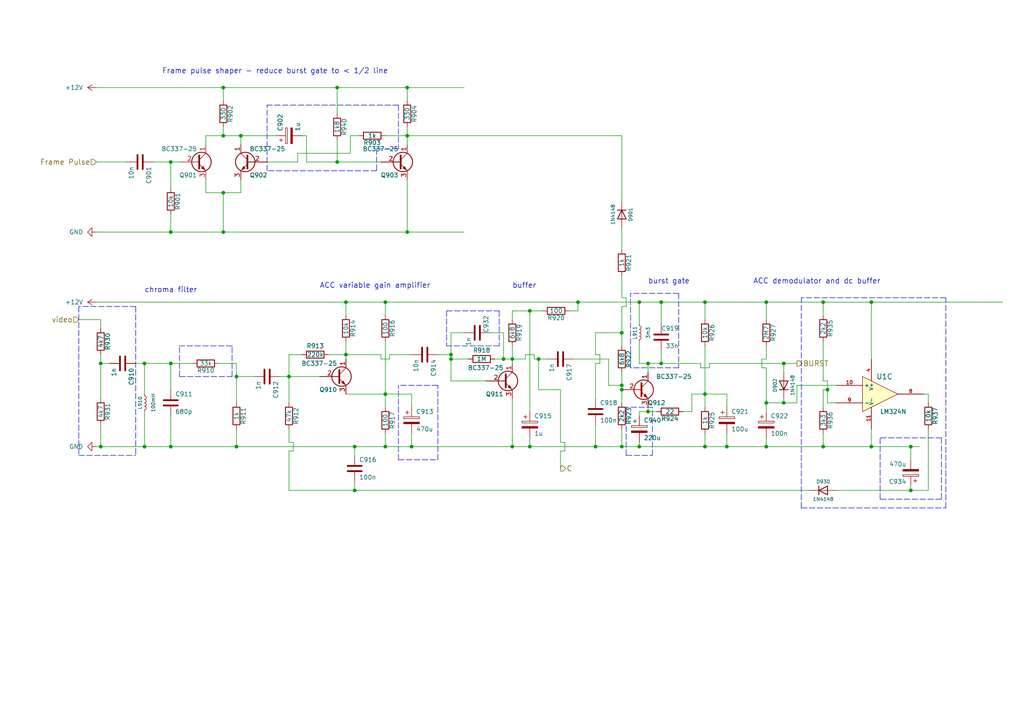
<source format=kicad_sch>
(kicad_sch (version 20211123) (generator eeschema)
  (paper "A4")
  (title_block (date "9 aug 2012"))
  (lib_symbols
    (symbol "Device:C" (pin_numbers hide) (pin_names (offset 0.254))
      (property "Reference" "C" (at 0.635 2.54 0))
      (property "Value" "C" (at 0.635 -2.54 0))
      (symbol "C_0_1"
        (polyline (pts (xy -2.032 -0.762) (xy 2.032 -0.762)) (stroke (width 0.508)))
        (polyline (pts (xy -2.032 0.762) (xy 2.032 0.762)) (stroke (width 0.508)))
      )
      (symbol "C_1_1"
        (pin passive line (at 0 3.81 270) (length 2.794) (name "~") (number "1"))
        (pin passive line (at 0 -3.81 90) (length 2.794) (name "~") (number "2"))
      )
    )
    (symbol "Device:C_Polarized" (pin_numbers hide) (pin_names (offset 0.254))
      (property "Reference" "C" (at 0.635 2.54 0))
      (property "Value" "C_Polarized" (at 0.635 -2.54 0))
      (symbol "C_Polarized_0_1"
        (rectangle (start -2.286 0.508) (end 2.286 1.016))
        (polyline (pts (xy -1.778 2.286) (xy -0.762 2.286)))
        (polyline (pts (xy -1.27 2.794) (xy -1.27 1.778)))
        (rectangle (start 2.286 -0.508) (end -2.286 -1.016) (fill (type outline)))
      )
      (symbol "C_Polarized_1_1"
        (pin passive line (at 0 3.81 270) (length 2.794) (name "~") (number "1"))
        (pin passive line (at 0 -3.81 90) (length 2.794) (name "~") (number "2"))
      )
    )
    (symbol "Device:D" (pin_numbers hide) (pin_names (offset 1.016) hide)
      (property "Reference" "D" (at 0 2.54 0))
      (property "Value" "D" (at 0 -2.54 0))
      (symbol "D_0_1"
        (polyline (pts (xy -1.27 1.27) (xy -1.27 -1.27)) (stroke (width 0.254)))
        (polyline (pts (xy 1.27 0) (xy -1.27 0)))
        (polyline (pts (xy 1.27 1.27) (xy 1.27 -1.27) (xy -1.27 0) (xy 1.27 1.27)) (stroke (width 0.254)))
      )
      (symbol "D_1_1"
        (pin passive line (at -3.81 0 0) (length 2.54) (name "K") (number "1"))
        (pin passive line (at 3.81 0 180) (length 2.54) (name "A") (number "2"))
      )
    )
    (symbol "Device:L_Small" (pin_numbers hide) (pin_names (offset 0.254) hide)
      (property "Reference" "L" (at 0.762 1.016 0))
      (property "Value" "L_Small" (at 0.762 -1.016 0))
      (symbol "L_Small_0_1"
        (arc (start 0 -2.032) (mid 0.508 -1.524) (end 0 -1.016))
        (arc (start 0 -1.016) (mid 0.508 -0.508) (end 0 0))
        (arc (start 0 0) (mid 0.508 0.508) (end 0 1.016))
        (arc (start 0 1.016) (mid 0.508 1.524) (end 0 2.032))
      )
      (symbol "L_Small_1_1"
        (pin passive line (at 0 2.54 270) (length 0.508) (name "~") (number "1"))
        (pin passive line (at 0 -2.54 90) (length 0.508) (name "~") (number "2"))
      )
    )
    (symbol "Device:Q_NPN_CBE" (pin_names (offset 0) hide)
      (property "Reference" "Q" (at 5.08 1.27 0))
      (property "Value" "Q_NPN_CBE" (at 5.08 -1.27 0))
      (symbol "Q_NPN_CBE_0_1"
        (polyline (pts (xy 0.635 0.635) (xy 2.54 2.54)))
        (polyline (pts (xy 0.635 -0.635) (xy 2.54 -2.54) (xy 2.54 -2.54)))
        (polyline (pts (xy 0.635 1.905) (xy 0.635 -1.905) (xy 0.635 -1.905)) (stroke (width 0.508)))
        (polyline (pts (xy 1.27 -1.778) (xy 1.778 -1.27) (xy 2.286 -2.286) (xy 1.27 -1.778) (xy 1.27 -1.778)) (fill (type outline)))
        (circle (center 1.27 0) (radius 2.8194) (stroke (width 0.254)))
      )
      (symbol "Q_NPN_CBE_1_1"
        (pin passive line (at 2.54 5.08 270) (length 2.54) (name "C") (number "1"))
        (pin input line (at -5.08 0 0) (length 5.715) (name "B") (number "2"))
        (pin passive line (at 2.54 -5.08 90) (length 2.54) (name "E") (number "3"))
      )
    )
    (symbol "Device:R" (pin_numbers hide) (pin_names (offset 0))
      (property "Reference" "R" (at 2.032 0 90))
      (property "Value" "R" (at 0 0 90))
      (symbol "R_0_1"
        (rectangle (start -1.016 -2.54) (end 1.016 2.54) (stroke (width 0.254)))
      )
      (symbol "R_1_1"
        (pin passive line (at 0 3.81 270) (length 1.27) (name "~") (number "1"))
        (pin passive line (at 0 -3.81 90) (length 1.27) (name "~") (number "2"))
      )
    )
    (symbol "NBSCIII-rescue:LM324N"
      (property "Reference" "U" (at 1.27 5.08 0))
      (property "Value" "LM324N" (at 3.81 -5.08 0))
      (symbol "LM324N_0_1"
        (polyline (pts (xy -5.08 5.08) (xy 5.08 0) (xy -5.08 -5.08) (xy -5.08 5.08)) (stroke (width 0.1524)) (fill (type background)))
        (pin power_in line (at -2.54 -10.16 90) (length 6.35) (name "V-") (number "11"))
        (pin power_in line (at -2.54 10.16 270) (length 6.35) (name "V+") (number "4"))
      )
      (symbol "LM324N_1_1"
        (pin output line (at 12.7 0 180) (length 7.62) (name "~") (number "1"))
        (pin input line (at -12.7 -2.54 0) (length 7.62) (name "-") (number "2"))
        (pin input line (at -12.7 2.54 0) (length 7.62) (name "+") (number "3"))
      )
      (symbol "LM324N_2_1"
        (pin input line (at -12.7 2.54 0) (length 7.62) (name "+") (number "5"))
        (pin input line (at -12.7 -2.54 0) (length 7.62) (name "-") (number "6"))
        (pin output line (at 12.7 0 180) (length 7.62) (name "~") (number "7"))
      )
      (symbol "LM324N_3_1"
        (pin input line (at -12.7 2.54 0) (length 7.62) (name "+") (number "10"))
        (pin output line (at 12.7 0 180) (length 7.62) (name "~") (number "8"))
        (pin input line (at -12.7 -2.54 0) (length 7.62) (name "-") (number "9"))
      )
      (symbol "LM324N_4_1"
        (pin input line (at -12.7 2.54 0) (length 7.62) (name "+") (number "12"))
        (pin input line (at -12.7 -2.54 0) (length 7.62) (name "-") (number "13"))
        (pin output line (at 12.7 0 180) (length 7.62) (name "~") (number "14"))
      )
    )
    (symbol "power:+12V" (power) (pin_names (offset 0))
      (property "Value" "+12V" (at 0 3.556 0))
      (symbol "+12V_0_1"
        (polyline (pts (xy -0.762 1.27) (xy 0 2.54)))
        (polyline (pts (xy 0 0) (xy 0 2.54)))
        (polyline (pts (xy 0 2.54) (xy 0.762 1.27)))
      )
      (symbol "+12V_1_1"
        (pin power_in line (at 0 0 90) (length 0) hide (name "+12V") (number "1"))
      )
    )
    (symbol "power:GND" (power) (pin_names (offset 0))
      (property "Value" "GND" (at 0 -3.81 0))
      (symbol "GND_0_1"
        (polyline (pts (xy 0 0) (xy 0 -1.27) (xy 1.27 -1.27) (xy 0 -2.54) (xy -1.27 -1.27) (xy 0 -1.27)))
      )
      (symbol "GND_1_1"
        (pin power_in line (at 0 0 270) (length 0) hide (name "GND") (number "1"))
      )
    )
  )
  (junction (at 64.77 55.88))
  (junction (at 49.53 46.99))
  (junction (at 180.34 96.52))
  (junction (at 185.42 129.54))
  (junction (at 222.25 116.84))
  (junction (at 180.34 111.76))
  (junction (at 97.79 46.99))
  (junction (at 49.53 129.54))
  (junction (at 227.33 105.41))
  (junction (at 238.76 87.63))
  (junction (at 204.47 129.54))
  (junction (at 180.34 113.03))
  (junction (at 118.11 25.4))
  (junction (at 49.53 105.41))
  (junction (at 148.59 129.54))
  (junction (at 167.64 87.63))
  (junction (at 29.21 129.54))
  (junction (at 227.33 116.84))
  (junction (at 64.77 25.4))
  (junction (at 49.53 67.31))
  (junction (at 172.72 129.54))
  (junction (at 83.82 109.22))
  (junction (at 68.58 129.54))
  (junction (at 156.21 104.14))
  (junction (at 222.25 87.63))
  (junction (at 210.82 129.54))
  (junction (at 252.73 87.63))
  (junction (at 204.47 114.3))
  (junction (at 97.79 25.4))
  (junction (at 153.67 90.17))
  (junction (at 185.42 87.63))
  (junction (at 187.96 119.38))
  (junction (at 118.11 67.31))
  (junction (at 68.58 109.22))
  (junction (at 64.77 39.37))
  (junction (at 130.81 102.87))
  (junction (at 252.73 129.54))
  (junction (at 146.05 104.14))
  (junction (at 111.76 114.3))
  (junction (at 187.96 105.41))
  (junction (at 204.47 87.63))
  (junction (at 240.03 113.03))
  (junction (at 118.11 39.37))
  (junction (at 69.85 39.37))
  (junction (at 111.76 87.63))
  (junction (at 148.59 104.14))
  (junction (at 111.76 129.54))
  (junction (at 64.77 67.31))
  (junction (at 180.34 129.54))
  (junction (at 264.16 129.54))
  (junction (at 41.91 129.54))
  (junction (at 29.21 105.41))
  (junction (at 100.33 102.87))
  (junction (at 130.81 104.14))
  (junction (at 41.91 105.41))
  (junction (at 264.16 142.24))
  (junction (at 100.33 87.63))
  (junction (at 102.87 142.24))
  (junction (at 222.25 129.54))
  (junction (at 191.77 87.63))
  (junction (at 238.76 129.54))
  (junction (at 191.77 105.41))
  (junction (at 153.67 129.54))
  (junction (at 102.87 129.54))
  (junction (at 119.38 129.54))
  (polyline (pts (xy 144.78 90.17) (xy 144.78 100.33)))
  (polyline (pts (xy 115.57 43.18) (xy 109.22 43.18)))
  (wire (pts (xy 148.59 100.33) (xy 148.59 104.14)))
  (wire (pts (xy 187.96 105.41) (xy 191.77 105.41)))
  (wire (pts (xy 49.53 46.99) (xy 49.53 54.61)))
  (wire (pts (xy 220.98 106.68) (xy 222.25 106.68)))
  (wire (pts (xy 113.03 104.14) (xy 110.49 104.14)))
  (wire (pts (xy 64.77 67.31) (xy 118.11 67.31)))
  (wire (pts (xy 191.77 105.41) (xy 203.2 105.41)))
  (wire (pts (xy 205.74 106.68) (xy 205.74 105.41)))
  (wire (pts (xy 153.67 90.17) (xy 157.48 90.17)))
  (wire (pts (xy 180.34 96.52) (xy 172.72 96.52)))
  (wire (pts (xy 152.4 104.14) (xy 152.4 102.87)))
  (wire (pts (xy 187.96 119.38) (xy 190.5 119.38)))
  (polyline (pts (xy 232.41 147.32) (xy 274.32 147.32)))
  (wire (pts (xy 111.76 39.37) (xy 118.11 39.37)))
  (wire (pts (xy 220.98 104.14) (xy 222.25 104.14)))
  (wire (pts (xy 231.14 111.76) (xy 242.57 111.76)))
  (wire (pts (xy 41.91 105.41) (xy 49.53 105.41)))
  (wire (pts (xy 100.33 87.63) (xy 111.76 87.63)))
  (wire (pts (xy 130.81 104.14) (xy 130.81 110.49)))
  (wire (pts (xy 63.5 105.41) (xy 68.58 105.41)))
  (wire (pts (xy 222.25 116.84) (xy 227.33 116.84)))
  (wire (pts (xy 49.53 67.31) (xy 64.77 67.31)))
  (wire (pts (xy 162.56 128.27) (xy 163.83 128.27)))
  (wire (pts (xy 134.62 25.4) (xy 118.11 25.4)))
  (polyline (pts (xy 189.23 118.11) (xy 181.61 118.11)))
  (wire (pts (xy 222.25 127) (xy 222.25 129.54)))
  (wire (pts (xy 166.37 104.14) (xy 176.53 104.14)))
  (polyline (pts (xy 129.54 90.17) (xy 129.54 100.33)))
  (wire (pts (xy 68.58 109.22) (xy 68.58 116.84)))
  (wire (pts (xy 242.57 142.24) (xy 264.16 142.24)))
  (wire (pts (xy 111.76 125.73) (xy 111.76 129.54)))
  (wire (pts (xy 102.87 139.7) (xy 102.87 142.24)))
  (wire (pts (xy 143.51 104.14) (xy 146.05 104.14)))
  (wire (pts (xy 41.91 105.41) (xy 41.91 114.3)))
  (wire (pts (xy 267.97 114.3) (xy 269.24 114.3)))
  (wire (pts (xy 29.21 123.19) (xy 29.21 129.54)))
  (wire (pts (xy 39.37 105.41) (xy 41.91 105.41)))
  (wire (pts (xy 68.58 109.22) (xy 73.66 109.22)))
  (wire (pts (xy 69.85 39.37) (xy 80.01 39.37)))
  (wire (pts (xy 240.03 113.03) (xy 238.76 113.03)))
  (wire (pts (xy 83.82 124.46) (xy 83.82 128.27)))
  (wire (pts (xy 83.82 109.22) (xy 83.82 116.84)))
  (wire (pts (xy 118.11 36.83) (xy 118.11 39.37)))
  (polyline (pts (xy 115.57 133.35) (xy 127 133.35)))
  (wire (pts (xy 264.16 140.97) (xy 264.16 142.24)))
  (wire (pts (xy 64.77 67.31) (xy 64.77 55.88)))
  (wire (pts (xy 185.42 87.63) (xy 191.77 87.63)))
  (wire (pts (xy 29.21 129.54) (xy 27.94 129.54)))
  (polyline (pts (xy 182.88 106.68) (xy 182.88 85.09)))
  (wire (pts (xy 83.82 102.87) (xy 87.63 102.87)))
  (wire (pts (xy 41.91 119.38) (xy 41.91 129.54)))
  (wire (pts (xy 49.53 129.54) (xy 41.91 129.54)))
  (wire (pts (xy 64.77 25.4) (xy 64.77 29.21)))
  (wire (pts (xy 181.61 88.9) (xy 181.61 86.36)))
  (wire (pts (xy 148.59 129.54) (xy 119.38 129.54)))
  (wire (pts (xy 111.76 87.63) (xy 111.76 91.44)))
  (wire (pts (xy 88.9 46.99) (xy 97.79 46.99)))
  (polyline (pts (xy 144.78 100.33) (xy 129.54 100.33)))
  (polyline (pts (xy 274.32 147.32) (xy 274.32 86.36)))
  (wire (pts (xy 222.25 129.54) (xy 238.76 129.54)))
  (wire (pts (xy 97.79 25.4) (xy 97.79 33.02)))
  (wire (pts (xy 148.59 104.14) (xy 148.59 105.41)))
  (wire (pts (xy 203.2 106.68) (xy 205.74 106.68)))
  (polyline (pts (xy 196.85 85.09) (xy 182.88 85.09)))
  (wire (pts (xy 83.82 142.24) (xy 102.87 142.24)))
  (wire (pts (xy 198.12 119.38) (xy 200.66 119.38)))
  (wire (pts (xy 59.69 39.37) (xy 59.69 41.91)))
  (wire (pts (xy 210.82 125.73) (xy 210.82 129.54)))
  (wire (pts (xy 41.91 129.54) (xy 29.21 129.54)))
  (wire (pts (xy 227.33 105.41) (xy 205.74 105.41)))
  (wire (pts (xy 111.76 87.63) (xy 167.64 87.63)))
  (polyline (pts (xy 115.57 133.35) (xy 115.57 111.76)))
  (wire (pts (xy 148.59 90.17) (xy 148.59 92.71)))
  (wire (pts (xy 113.03 102.87) (xy 119.38 102.87)))
  (wire (pts (xy 97.79 25.4) (xy 64.77 25.4)))
  (wire (pts (xy 64.77 36.83) (xy 64.77 39.37)))
  (wire (pts (xy 130.81 110.49) (xy 140.97 110.49)))
  (wire (pts (xy 222.25 129.54) (xy 210.82 129.54)))
  (wire (pts (xy 180.34 80.01) (xy 180.34 86.36)))
  (wire (pts (xy 180.34 88.9) (xy 181.61 88.9)))
  (polyline (pts (xy 189.23 132.08) (xy 189.23 118.11)))
  (wire (pts (xy 180.34 107.95) (xy 180.34 111.76)))
  (wire (pts (xy 86.36 46.99) (xy 86.36 44.45)))
  (wire (pts (xy 27.94 67.31) (xy 49.53 67.31)))
  (wire (pts (xy 83.82 109.22) (xy 92.71 109.22)))
  (wire (pts (xy 204.47 87.63) (xy 204.47 92.71)))
  (wire (pts (xy 49.53 105.41) (xy 49.53 113.03)))
  (wire (pts (xy 29.21 92.71) (xy 29.21 95.25)))
  (wire (pts (xy 172.72 102.87) (xy 173.99 102.87)))
  (polyline (pts (xy 52.07 109.22) (xy 67.31 109.22)))
  (wire (pts (xy 252.73 129.54) (xy 238.76 129.54)))
  (wire (pts (xy 172.72 129.54) (xy 153.67 129.54)))
  (wire (pts (xy 119.38 114.3) (xy 119.38 118.11)))
  (wire (pts (xy 111.76 114.3) (xy 100.33 114.3)))
  (wire (pts (xy 102.87 129.54) (xy 102.87 132.08)))
  (wire (pts (xy 118.11 67.31) (xy 134.62 67.31)))
  (polyline (pts (xy 67.31 109.22) (xy 67.31 100.33)))
  (wire (pts (xy 52.07 46.99) (xy 49.53 46.99)))
  (polyline (pts (xy 127 111.76) (xy 115.57 111.76)))
  (wire (pts (xy 163.83 130.81) (xy 162.56 130.81)))
  (wire (pts (xy 231.14 116.84) (xy 231.14 111.76)))
  (wire (pts (xy 172.72 123.19) (xy 172.72 129.54)))
  (wire (pts (xy 180.34 124.46) (xy 180.34 129.54)))
  (wire (pts (xy 59.69 52.07) (xy 59.69 55.88)))
  (wire (pts (xy 83.82 130.81) (xy 85.09 130.81)))
  (polyline (pts (xy 115.57 30.48) (xy 115.57 43.18)))
  (wire (pts (xy 111.76 114.3) (xy 111.76 118.11)))
  (polyline (pts (xy 127 133.35) (xy 127 111.76)))
  (wire (pts (xy 29.21 105.41) (xy 31.75 105.41)))
  (wire (pts (xy 191.77 87.63) (xy 204.47 87.63)))
  (wire (pts (xy 238.76 87.63) (xy 238.76 91.44)))
  (wire (pts (xy 113.03 102.87) (xy 113.03 104.14)))
  (wire (pts (xy 264.16 129.54) (xy 252.73 129.54)))
  (wire (pts (xy 180.34 111.76) (xy 176.53 111.76)))
  (wire (pts (xy 173.99 102.87) (xy 173.99 105.41)))
  (polyline (pts (xy 129.54 90.17) (xy 144.78 90.17)))
  (wire (pts (xy 102.87 142.24) (xy 234.95 142.24)))
  (wire (pts (xy 204.47 87.63) (xy 222.25 87.63)))
  (wire (pts (xy 210.82 114.3) (xy 204.47 114.3)))
  (wire (pts (xy 185.42 105.41) (xy 187.96 105.41)))
  (wire (pts (xy 83.82 130.81) (xy 83.82 142.24)))
  (wire (pts (xy 180.34 66.04) (xy 180.34 72.39)))
  (wire (pts (xy 130.81 102.87) (xy 130.81 104.14)))
  (wire (pts (xy 110.49 104.14) (xy 110.49 102.87)))
  (wire (pts (xy 64.77 25.4) (xy 27.94 25.4)))
  (polyline (pts (xy 77.47 49.53) (xy 77.47 30.48)))
  (wire (pts (xy 231.14 105.41) (xy 227.33 105.41)))
  (wire (pts (xy 68.58 129.54) (xy 49.53 129.54)))
  (wire (pts (xy 153.67 90.17) (xy 153.67 119.38)))
  (wire (pts (xy 204.47 100.33) (xy 204.47 114.3)))
  (wire (pts (xy 167.64 87.63) (xy 167.64 90.17)))
  (wire (pts (xy 238.76 99.06) (xy 238.76 110.49)))
  (polyline (pts (xy 109.22 43.18) (xy 109.22 49.53)))
  (wire (pts (xy 176.53 111.76) (xy 176.53 104.14)))
  (wire (pts (xy 101.6 39.37) (xy 104.14 39.37)))
  (wire (pts (xy 240.03 116.84) (xy 240.03 113.03)))
  (polyline (pts (xy 109.22 49.53) (xy 77.47 49.53)))
  (wire (pts (xy 180.34 129.54) (xy 172.72 129.54)))
  (wire (pts (xy 156.21 104.14) (xy 156.21 113.03)))
  (wire (pts (xy 185.42 119.38) (xy 185.42 120.65)))
  (wire (pts (xy 220.98 106.68) (xy 220.98 104.14)))
  (wire (pts (xy 29.21 102.87) (xy 29.21 105.41)))
  (wire (pts (xy 86.36 44.45) (xy 101.6 44.45)))
  (polyline (pts (xy 196.85 85.09) (xy 196.85 106.68)))
  (wire (pts (xy 165.1 90.17) (xy 167.64 90.17)))
  (wire (pts (xy 191.77 101.6) (xy 191.77 105.41)))
  (wire (pts (xy 97.79 46.99) (xy 110.49 46.99)))
  (polyline (pts (xy 115.57 30.48) (xy 77.47 30.48)))
  (wire (pts (xy 156.21 104.14) (xy 158.75 104.14)))
  (wire (pts (xy 203.2 105.41) (xy 203.2 106.68)))
  (wire (pts (xy 185.42 87.63) (xy 185.42 93.98)))
  (wire (pts (xy 100.33 99.06) (xy 100.33 102.87)))
  (wire (pts (xy 162.56 130.81) (xy 162.56 135.89)))
  (wire (pts (xy 227.33 105.41) (xy 227.33 107.95)))
  (wire (pts (xy 102.87 129.54) (xy 68.58 129.54)))
  (polyline (pts (xy 273.05 127) (xy 255.27 127)))
  (wire (pts (xy 101.6 44.45) (xy 101.6 39.37)))
  (wire (pts (xy 119.38 125.73) (xy 119.38 129.54)))
  (wire (pts (xy 153.67 127) (xy 153.67 129.54)))
  (wire (pts (xy 180.34 39.37) (xy 180.34 58.42)))
  (wire (pts (xy 49.53 105.41) (xy 55.88 105.41)))
  (wire (pts (xy 97.79 40.64) (xy 97.79 46.99)))
  (wire (pts (xy 204.47 114.3) (xy 204.47 118.11)))
  (wire (pts (xy 111.76 99.06) (xy 111.76 114.3)))
  (wire (pts (xy 185.42 128.27) (xy 185.42 129.54)))
  (wire (pts (xy 130.81 96.52) (xy 130.81 102.87)))
  (wire (pts (xy 238.76 113.03) (xy 238.76 118.11)))
  (wire (pts (xy 204.47 114.3) (xy 200.66 114.3)))
  (wire (pts (xy 222.25 87.63) (xy 222.25 92.71)))
  (wire (pts (xy 180.34 96.52) (xy 180.34 100.33)))
  (wire (pts (xy 185.42 129.54) (xy 204.47 129.54)))
  (wire (pts (xy 172.72 96.52) (xy 172.72 102.87)))
  (polyline (pts (xy 181.61 132.08) (xy 181.61 118.11)))
  (wire (pts (xy 264.16 142.24) (xy 269.24 142.24)))
  (polyline (pts (xy 39.37 88.9) (xy 22.86 88.9)))
  (wire (pts (xy 95.25 102.87) (xy 100.33 102.87)))
  (wire (pts (xy 269.24 124.46) (xy 269.24 142.24)))
  (wire (pts (xy 118.11 39.37) (xy 180.34 39.37)))
  (wire (pts (xy 222.25 116.84) (xy 222.25 119.38)))
  (wire (pts (xy 187.96 107.95) (xy 187.96 105.41)))
  (polyline (pts (xy 196.85 106.68) (xy 182.88 106.68)))
  (wire (pts (xy 81.28 109.22) (xy 83.82 109.22)))
  (polyline (pts (xy 274.32 86.36) (xy 232.41 86.36)))
  (wire (pts (xy 119.38 129.54) (xy 111.76 129.54)))
  (wire (pts (xy 172.72 105.41) (xy 172.72 115.57)))
  (wire (pts (xy 88.9 39.37) (xy 88.9 46.99)))
  (wire (pts (xy 153.67 129.54) (xy 148.59 129.54)))
  (wire (pts (xy 180.34 129.54) (xy 185.42 129.54)))
  (wire (pts (xy 163.83 128.27) (xy 163.83 130.81)))
  (wire (pts (xy 210.82 114.3) (xy 210.82 118.11)))
  (wire (pts (xy 227.33 116.84) (xy 231.14 116.84)))
  (wire (pts (xy 49.53 120.65) (xy 49.53 129.54)))
  (wire (pts (xy 187.96 119.38) (xy 185.42 119.38)))
  (wire (pts (xy 68.58 109.22) (xy 68.58 105.41)))
  (wire (pts (xy 152.4 104.14) (xy 148.59 104.14)))
  (wire (pts (xy 269.24 114.3) (xy 269.24 116.84)))
  (wire (pts (xy 167.64 87.63) (xy 185.42 87.63)))
  (wire (pts (xy 118.11 25.4) (xy 118.11 29.21)))
  (wire (pts (xy 180.34 96.52) (xy 180.34 88.9)))
  (wire (pts (xy 222.25 100.33) (xy 222.25 104.14)))
  (wire (pts (xy 27.94 87.63) (xy 100.33 87.63)))
  (wire (pts (xy 181.61 86.36) (xy 180.34 86.36)))
  (wire (pts (xy 85.09 128.27) (xy 83.82 128.27)))
  (wire (pts (xy 200.66 119.38) (xy 200.66 114.3)))
  (wire (pts (xy 227.33 115.57) (xy 227.33 116.84)))
  (polyline (pts (xy 22.86 88.9) (xy 22.86 132.08)))
  (wire (pts (xy 180.34 113.03) (xy 180.34 111.76)))
  (wire (pts (xy 187.96 118.11) (xy 187.96 119.38)))
  (wire (pts (xy 242.57 116.84) (xy 240.03 116.84)))
  (wire (pts (xy 264.16 129.54) (xy 264.16 133.35)))
  (wire (pts (xy 110.49 102.87) (xy 100.33 102.87)))
  (wire (pts (xy 191.77 87.63) (xy 191.77 93.98)))
  (wire (pts (xy 100.33 102.87) (xy 100.33 104.14)))
  (wire (pts (xy 173.99 105.41) (xy 172.72 105.41)))
  (wire (pts (xy 222.25 87.63) (xy 238.76 87.63)))
  (polyline (pts (xy 52.07 109.22) (xy 52.07 100.33)))
  (wire (pts (xy 204.47 125.73) (xy 204.47 129.54)))
  (wire (pts (xy 130.81 104.14) (xy 135.89 104.14)))
  (wire (pts (xy 69.85 55.88) (xy 69.85 52.07)))
  (wire (pts (xy 127 102.87) (xy 130.81 102.87)))
  (wire (pts (xy 238.76 110.49) (xy 240.03 110.49)))
  (wire (pts (xy 68.58 124.46) (xy 68.58 129.54)))
  (polyline (pts (xy 255.27 144.78) (xy 255.27 127)))
  (wire (pts (xy 252.73 87.63) (xy 290.83 87.63)))
  (wire (pts (xy 118.11 25.4) (xy 97.79 25.4)))
  (wire (pts (xy 154.94 102.87) (xy 154.94 104.14)))
  (wire (pts (xy 146.05 96.52) (xy 146.05 104.14)))
  (wire (pts (xy 162.56 113.03) (xy 162.56 128.27)))
  (polyline (pts (xy 273.05 144.78) (xy 255.27 144.78)))
  (wire (pts (xy 130.81 96.52) (xy 134.62 96.52)))
  (polyline (pts (xy 39.37 88.9) (xy 39.37 132.08)))
  (wire (pts (xy 185.42 99.06) (xy 185.42 105.41)))
  (wire (pts (xy 59.69 55.88) (xy 64.77 55.88)))
  (polyline (pts (xy 273.05 127) (xy 273.05 144.78)))
  (wire (pts (xy 222.25 106.68) (xy 222.25 116.84)))
  (wire (pts (xy 111.76 129.54) (xy 102.87 129.54)))
  (wire (pts (xy 152.4 102.87) (xy 154.94 102.87)))
  (wire (pts (xy 27.94 46.99) (xy 36.83 46.99)))
  (wire (pts (xy 22.86 92.71) (xy 29.21 92.71)))
  (polyline (pts (xy 232.41 147.32) (xy 232.41 86.36)))
  (wire (pts (xy 252.73 124.46) (xy 252.73 129.54)))
  (wire (pts (xy 118.11 52.07) (xy 118.11 67.31)))
  (wire (pts (xy 29.21 105.41) (xy 29.21 115.57)))
  (wire (pts (xy 44.45 46.99) (xy 49.53 46.99)))
  (wire (pts (xy 64.77 39.37) (xy 69.85 39.37)))
  (polyline (pts (xy 181.61 132.08) (xy 189.23 132.08)))
  (wire (pts (xy 87.63 39.37) (xy 88.9 39.37)))
  (polyline (pts (xy 22.86 132.08) (xy 39.37 132.08)))
  (wire (pts (xy 210.82 129.54) (xy 204.47 129.54)))
  (wire (pts (xy 64.77 55.88) (xy 69.85 55.88)))
  (wire (pts (xy 240.03 113.03) (xy 240.03 110.49)))
  (wire (pts (xy 83.82 109.22) (xy 83.82 102.87)))
  (wire (pts (xy 59.69 39.37) (xy 64.77 39.37)))
  (wire (pts (xy 154.94 104.14) (xy 156.21 104.14)))
  (wire (pts (xy 142.24 96.52) (xy 146.05 96.52)))
  (wire (pts (xy 119.38 114.3) (xy 111.76 114.3)))
  (wire (pts (xy 77.47 46.99) (xy 86.36 46.99)))
  (wire (pts (xy 49.53 62.23) (xy 49.53 67.31)))
  (wire (pts (xy 148.59 104.14) (xy 146.05 104.14)))
  (wire (pts (xy 118.11 41.91) (xy 118.11 39.37)))
  (wire (pts (xy 180.34 113.03) (xy 180.34 116.84)))
  (wire (pts (xy 252.73 104.14) (xy 252.73 87.63)))
  (wire (pts (xy 85.09 130.81) (xy 85.09 128.27)))
  (wire (pts (xy 148.59 90.17) (xy 153.67 90.17)))
  (wire (pts (xy 238.76 125.73) (xy 238.76 129.54)))
  (wire (pts (xy 156.21 113.03) (xy 162.56 113.03)))
  (wire (pts (xy 238.76 87.63) (xy 252.73 87.63)))
  (polyline (pts (xy 67.31 100.33) (xy 52.07 100.33)))
  (wire (pts (xy 100.33 87.63) (xy 100.33 91.44)))
  (wire (pts (xy 266.7 129.54) (xy 264.16 129.54)))
  (wire (pts (xy 148.59 129.54) (xy 148.59 115.57)))
  (wire (pts (xy 69.85 39.37) (xy 69.85 41.91)))
  (text "buffer\n" (at 148.59 83.82 0) (effects (font (size 1.524 1.524)) (justify left bottom)))
  (text "ACC variable gain amplifier\n" (at 92.71 83.82 0) (effects (font (size 1.524 1.524)) (justify left bottom)))
  (text "burst gate" (at 187.96 82.55 0) (effects (font (size 1.524 1.524)) (justify left bottom)))
  (text "Frame pulse shaper - reduce burst gate to < 1/2 line" (at 46.99 21.59 0) (effects (font (size 1.524 1.524)) (justify left bottom)))
  (text "chroma filter" (at 41.91 85.09 0) (effects (font (size 1.524 1.524)) (justify left bottom)))
  (text "ACC demodulator and dc buffer\n" (at 218.44 82.55 0) (effects (font (size 1.524 1.524)) (justify left bottom)))
  (hierarchical_label "C" (shape output) (at 162.56 135.89 0) (effects (font (size 1.524 1.524))))
  (hierarchical_label "Frame Pulse" (shape input) (at 27.94 46.99 180) (effects (font (size 1.524 1.524))))
  (hierarchical_label "BURST" (shape output) (at 231.14 105.41 0) (effects (font (size 1.524 1.524))))
  (hierarchical_label "video" (shape input) (at 22.86 92.71 180) (effects (font (size 1.524 1.524))))
  (symbol (lib_id "Device:Q_NPN_CBE") (at 57.15 46.99 0) (unit 1)
    (property "Reference" "Q901" (at 57.15 50.8 0) (effects (justify right)))
    (property "Value" "BC337-25" (at 57.15 43.18 0) (effects (justify right)))
  )
  (symbol (lib_id "Device:Q_NPN_CBE") (at 72.39 46.99 0) (mirror y) (unit 1)
    (property "Reference" "Q902" (at 72.39 50.8 0) (effects (justify right)))
    (property "Value" "BC337-25" (at 72.39 43.18 0) (effects (justify right)))
  )
  (symbol (lib_id "Device:Q_NPN_CBE") (at 115.57 46.99 0) (unit 1)
    (property "Reference" "Q903" (at 115.57 50.8 0) (effects (justify right)))
    (property "Value" "BC337-25" (at 115.57 43.18 0) (effects (justify right)))
  )
  (symbol (lib_id "Device:R") (at 49.53 58.42 0) (unit 1)
    (property "Reference" "R901" (at 51.562 58.42 90))
    (property "Value" "10k" (at 49.53 58.42 90))
  )
  (symbol (lib_id "Device:R") (at 64.77 33.02 0) (unit 1)
    (property "Reference" "R902" (at 66.802 33.02 90))
    (property "Value" "330" (at 64.77 33.02 90))
  )
  (symbol (lib_id "Device:R") (at 118.11 33.02 0) (unit 1)
    (property "Reference" "R904" (at 120.142 33.02 90))
    (property "Value" "330" (at 118.11 33.02 90))
  )
  (symbol (lib_id "Device:C") (at 40.64 46.99 270) (unit 1)
    (property "Reference" "C901" (at 43.18 48.26 0) (effects (justify left)))
    (property "Value" "10n" (at 38.1 48.26 0) (effects (justify left)))
  )
  (symbol (lib_id "Device:R") (at 107.95 39.37 270) (unit 1)
    (property "Reference" "R903" (at 107.95 41.402 90))
    (property "Value" "1k" (at 107.95 39.37 90))
  )
  (symbol (lib_id "Device:C_Polarized") (at 83.82 39.37 90) (unit 1)
    (property "Reference" "C902" (at 81.28 38.1 0) (effects (justify left)))
    (property "Value" "1u" (at 86.36 38.1 0) (effects (justify left)))
  )
  (symbol (lib_id "Device:L_Small") (at 41.91 116.84 0) (unit 1)
    (property "Reference" "L910" (at 40.64 116.84 90) (effects (font (size 1.016 1.016))))
    (property "Value" "100mH" (at 44.45 116.84 90) (effects (font (size 1.016 1.016))))
  )
  (symbol (lib_id "Device:C") (at 49.53 116.84 0) (unit 1)
    (property "Reference" "C911" (at 50.8 114.3 0) (effects (justify left)))
    (property "Value" "680p" (at 50.8 119.38 0) (effects (justify left)))
  )
  (symbol (lib_id "Device:R") (at 59.69 105.41 270) (unit 1)
    (property "Reference" "R910" (at 59.69 107.442 90))
    (property "Value" "33k" (at 59.69 105.41 90))
  )
  (symbol (lib_id "Device:R") (at 68.58 120.65 0) (unit 1)
    (property "Reference" "R911" (at 70.612 120.65 90))
    (property "Value" "1k" (at 68.58 120.65 90))
  )
  (symbol (lib_id "Device:C") (at 77.47 109.22 270) (unit 1)
    (property "Reference" "C912" (at 80.01 110.49 0) (effects (justify left)))
    (property "Value" "1n" (at 74.93 110.49 0) (effects (justify left)))
  )
  (symbol (lib_id "Device:R") (at 83.82 120.65 0) (unit 1)
    (property "Reference" "R912" (at 85.852 120.65 90))
    (property "Value" "47k" (at 83.82 120.65 90))
  )
  (symbol (lib_id "Device:R") (at 91.44 102.87 270) (unit 1)
    (property "Reference" "R913" (at 91.44 100.33 90))
    (property "Value" "220k" (at 91.44 102.87 90))
  )
  (symbol (lib_id "Device:R") (at 100.33 95.25 0) (unit 1)
    (property "Reference" "R914" (at 102.362 95.25 90))
    (property "Value" "10k" (at 100.33 95.25 90))
  )
  (symbol (lib_id "Device:Q_NPN_CBE") (at 97.79 109.22 0) (unit 1)
    (property "Reference" "Q910" (at 97.79 113.03 0) (effects (justify right)))
    (property "Value" "BC337-25" (at 97.79 105.41 0) (effects (justify right)))
  )
  (symbol (lib_id "Device:R") (at 111.76 95.25 0) (unit 1)
    (property "Reference" "R916" (at 113.792 95.25 90))
    (property "Value" "100" (at 111.76 95.25 90))
  )
  (symbol (lib_id "Device:R") (at 111.76 121.92 0) (unit 1)
    (property "Reference" "R917" (at 113.792 121.92 90))
    (property "Value" "100" (at 111.76 121.92 90))
  )
  (symbol (lib_id "Device:C_Polarized") (at 119.38 121.92 0) (unit 1)
    (property "Reference" "C913" (at 120.65 119.38 0) (effects (justify left)))
    (property "Value" "470u" (at 120.65 124.46 0) (effects (justify left)))
  )
  (symbol (lib_id "Device:C") (at 102.87 135.89 0) (unit 1)
    (property "Reference" "C916" (at 104.14 133.35 0) (effects (justify left)))
    (property "Value" "100n" (at 104.14 138.43 0) (effects (justify left)))
  )
  (symbol (lib_id "Device:Q_NPN_CBE") (at 146.05 110.49 0) (unit 1)
    (property "Reference" "Q911" (at 146.05 114.3 0) (effects (justify right)))
    (property "Value" "BC337-25" (at 146.05 106.68 0) (effects (justify right)))
  )
  (symbol (lib_id "Device:R") (at 148.59 96.52 0) (unit 1)
    (property "Reference" "R919" (at 150.622 96.52 90))
    (property "Value" "6k8" (at 148.59 96.52 90))
  )
  (symbol (lib_id "Device:R") (at 161.29 90.17 270) (unit 1)
    (property "Reference" "R920" (at 161.29 92.202 90))
    (property "Value" "100" (at 161.29 90.17 90))
  )
  (symbol (lib_id "Device:C_Polarized") (at 153.67 123.19 0) (unit 1)
    (property "Reference" "C915" (at 154.94 120.65 0) (effects (justify left)))
    (property "Value" "1u" (at 154.94 125.73 0) (effects (justify left)))
  )
  (symbol (lib_id "Device:R") (at 139.7 104.14 270) (unit 1)
    (property "Reference" "R918" (at 139.7 101.6 90))
    (property "Value" "1M" (at 139.7 104.14 90))
  )
  (symbol (lib_id "Device:C") (at 123.19 102.87 270) (unit 1)
    (property "Reference" "C914" (at 125.73 104.14 0) (effects (justify left)))
    (property "Value" "10n" (at 120.65 104.14 0) (effects (justify left)))
  )
  (symbol (lib_id "Device:R") (at 180.34 120.65 0) (unit 1)
    (property "Reference" "R923" (at 182.372 120.65 90))
    (property "Value" "2k2" (at 180.34 120.65 90))
  )
  (symbol (lib_id "Device:R") (at 180.34 104.14 0) (unit 1)
    (property "Reference" "R922" (at 182.372 104.14 90))
    (property "Value" "6k8" (at 180.34 104.14 90))
  )
  (symbol (lib_id "Device:C") (at 172.72 119.38 0) (unit 1)
    (property "Reference" "C918" (at 173.99 116.84 0) (effects (justify left)))
    (property "Value" "100n" (at 173.99 121.92 0) (effects (justify left)))
  )
  (symbol (lib_id "Device:C") (at 162.56 104.14 270) (unit 1)
    (property "Reference" "C917" (at 165.1 105.41 0) (effects (justify left)))
    (property "Value" "1n" (at 160.02 105.41 0) (effects (justify left)))
  )
  (symbol (lib_id "Device:R") (at 180.34 76.2 0) (unit 1)
    (property "Reference" "R921" (at 182.372 76.2 90))
    (property "Value" "1k" (at 180.34 76.2 90))
  )
  (symbol (lib_id "Device:D") (at 180.34 62.23 270) (unit 1)
    (property "Reference" "D901" (at 182.88 62.23 0) (effects (font (size 1.016 1.016))))
    (property "Value" "1N4148" (at 177.8 62.23 0) (effects (font (size 1.016 1.016))))
  )
  (symbol (lib_id "Device:Q_NPN_CBE") (at 185.42 113.03 0) (unit 1)
    (property "Reference" "Q912" (at 193.04 116.84 0) (effects (justify right)))
    (property "Value" "BC337-25" (at 200.66 109.22 0) (effects (justify right)))
  )
  (symbol (lib_id "Device:R") (at 204.47 121.92 0) (unit 1)
    (property "Reference" "R925" (at 206.502 121.92 90))
    (property "Value" "1k" (at 204.47 121.92 90))
  )
  (symbol (lib_id "Device:R") (at 204.47 96.52 0) (unit 1)
    (property "Reference" "R926" (at 206.502 96.52 90))
    (property "Value" "10k" (at 204.47 96.52 90))
  )
  (symbol (lib_id "Device:R") (at 194.31 119.38 270) (unit 1)
    (property "Reference" "R924" (at 194.31 121.412 90))
    (property "Value" "22" (at 194.31 119.38 90))
  )
  (symbol (lib_id "Device:L_Small") (at 185.42 96.52 0) (unit 1)
    (property "Reference" "L911" (at 184.15 96.52 90) (effects (font (size 1.016 1.016))))
    (property "Value" "3m3" (at 187.96 96.52 90) (effects (font (size 1.016 1.016))))
  )
  (symbol (lib_id "Device:C") (at 191.77 97.79 0) (unit 1)
    (property "Reference" "C919" (at 191.77 95.25 0) (effects (justify left)))
    (property "Value" "33n" (at 193.04 100.33 0) (effects (justify left)))
  )
  (symbol (lib_id "Device:C_Polarized") (at 210.82 121.92 0) (unit 1)
    (property "Reference" "C921" (at 212.09 119.38 0) (effects (justify left)))
    (property "Value" "100u" (at 212.09 124.46 0) (effects (justify left)))
  )
  (symbol (lib_id "Device:R") (at 222.25 96.52 0) (unit 1)
    (property "Reference" "R927" (at 224.282 96.52 90))
    (property "Value" "2M7" (at 222.25 96.52 90))
  )
  (symbol (lib_id "Device:C_Polarized") (at 222.25 123.19 0) (unit 1)
    (property "Reference" "C922" (at 223.52 120.65 0) (effects (justify left)))
    (property "Value" "100n" (at 223.52 125.73 0) (effects (justify left)))
  )
  (symbol (lib_id "Device:D") (at 227.33 111.76 90) (unit 1)
    (property "Reference" "D902" (at 224.79 111.76 0) (effects (font (size 1.016 1.016))))
    (property "Value" "1N4148" (at 229.87 111.76 0) (effects (font (size 1.016 1.016))))
  )
  (symbol (lib_id "NBSCIII-rescue:LM324N") (at 255.27 114.3 0) (unit 3)
    (property "Reference" "U1" (at 256.54 109.22 0) (effects (font (size 1.524 1.524))))
    (property "Value" "LM324N" (at 259.08 119.38 0))
  )
  (symbol (lib_id "Device:R") (at 29.21 119.38 0) (unit 1)
    (property "Reference" "R931" (at 31.242 119.38 90))
    (property "Value" "4k7" (at 29.21 119.38 90))
  )
  (symbol (lib_id "Device:R") (at 29.21 99.06 0) (unit 1)
    (property "Reference" "R930" (at 31.242 99.06 90))
    (property "Value" "4k7" (at 29.21 99.06 90))
  )
  (symbol (lib_id "Device:C") (at 35.56 105.41 270) (unit 1)
    (property "Reference" "C910" (at 38.1 106.68 0) (effects (justify left)))
    (property "Value" "1n" (at 33.02 106.68 0) (effects (justify left)))
  )
  (symbol (lib_id "Device:C") (at 138.43 96.52 270) (unit 1)
    (property "Reference" "C932" (at 140.97 91.44 0) (effects (justify left)))
    (property "Value" "1n" (at 135.89 97.79 0) (effects (justify left)))
  )
  (symbol (lib_id "Device:R") (at 238.76 95.25 0) (unit 1)
    (property "Reference" "R935" (at 240.792 95.25 90))
    (property "Value" "2k2" (at 238.76 95.25 90))
  )
  (symbol (lib_id "Device:R") (at 238.76 121.92 0) (unit 1)
    (property "Reference" "R936" (at 240.792 121.92 90))
    (property "Value" "3k3" (at 238.76 121.92 90))
  )
  (symbol (lib_id "Device:R") (at 269.24 120.65 0) (unit 1)
    (property "Reference" "R937" (at 271.272 120.65 90))
    (property "Value" "10k" (at 269.24 120.65 90))
  )
  (symbol (lib_id "Device:D") (at 238.76 142.24 0) (unit 1)
    (property "Reference" "D930" (at 238.76 139.7 0) (effects (font (size 1.016 1.016))))
    (property "Value" "1N4148" (at 238.76 144.78 0) (effects (font (size 1.016 1.016))))
  )
  (symbol (lib_id "Device:C_Polarized") (at 264.16 137.16 180) (unit 1)
    (property "Reference" "C934" (at 262.89 139.7 0) (effects (justify left)))
    (property "Value" "470u" (at 262.89 134.62 0) (effects (justify left)))
  )
  (symbol (lib_id "Device:R") (at 97.79 36.83 0) (unit 1)
    (property "Reference" "R940" (at 99.822 36.83 90))
    (property "Value" "1k8" (at 97.79 36.83 90))
  )
  (symbol (lib_id "Device:C_Polarized") (at 185.42 124.46 0) (unit 1)
    (property "Reference" "C940" (at 186.69 121.92 0) (effects (justify left)))
    (property "Value" "220u" (at 186.69 127 0) (effects (justify left)))
  )
  (symbol (lib_id "power:+12V") (at 27.94 87.63 90) (unit 1)
    (property "Reference" "#PWR0121" (effects hide))
    (property "Value" "+12V" (at 24.13 87.6299 90) (effects (justify left)))
  )
  (symbol (lib_id "power:GND") (at 27.94 129.54 270) (unit 1)
    (property "Reference" "#PWR0120" (effects hide))
    (property "Value" "GND" (at 24.13 129.5399 90) (effects (justify right)))
  )
  (symbol (lib_id "power:+12V") (at 27.94 25.4 90) (unit 1)
    (property "Reference" "#PWR0119" (effects hide))
    (property "Value" "+12V" (at 24.13 25.3999 90) (effects (justify left)))
  )
  (symbol (lib_id "power:GND") (at 27.94 67.31 270) (unit 1)
    (property "Reference" "#PWR0118" (effects hide))
    (property "Value" "GND" (at 24.13 67.3099 90) (effects (justify right)))
  )
)
</source>
